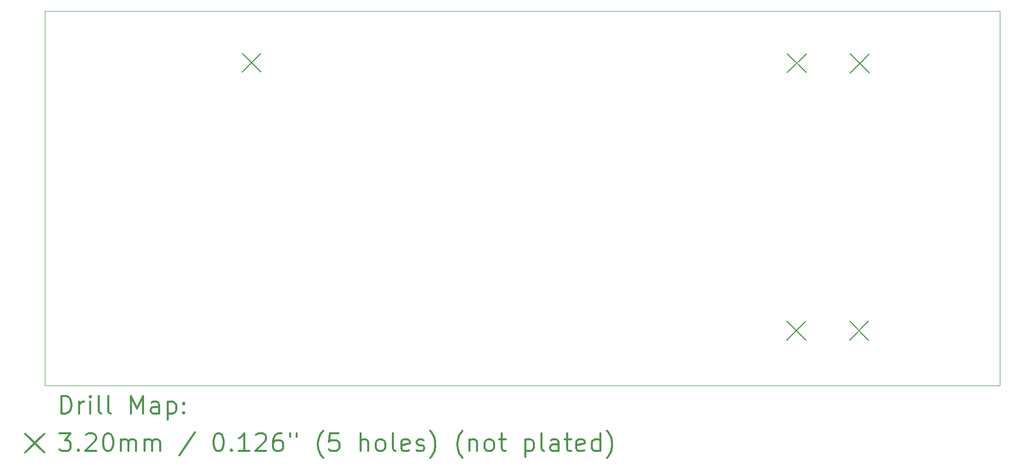
<source format=gbr>
%FSLAX45Y45*%
G04 Gerber Fmt 4.5, Leading zero omitted, Abs format (unit mm)*
G04 Created by KiCad (PCBNEW 5.1.5+dfsg1-2build2) date 2024-04-23 22:36:58*
%MOMM*%
%LPD*%
G04 APERTURE LIST*
%TA.AperFunction,Profile*%
%ADD10C,0.100000*%
%TD*%
%ADD11C,0.200000*%
%ADD12C,0.300000*%
G04 APERTURE END LIST*
D10*
X14528800Y-13081000D02*
X18770600Y-13081000D01*
X18669000Y-6781800D02*
X14020800Y-6781800D01*
X7480300Y-6781800D02*
X14033500Y-6781800D01*
X7480300Y-13081000D02*
X7480300Y-6781800D01*
X14541500Y-13081000D02*
X7480300Y-13081000D01*
X23533100Y-13081000D02*
X18757900Y-13081000D01*
X23533100Y-6781800D02*
X23533100Y-13081000D01*
X18656300Y-6781800D02*
X23533100Y-6781800D01*
D11*
X19963130Y-7494524D02*
X20283170Y-7814564D01*
X20283170Y-7494524D02*
X19963130Y-7814564D01*
X10800080Y-7485380D02*
X11120120Y-7805420D01*
X11120120Y-7485380D02*
X10800080Y-7805420D01*
X19956780Y-11991086D02*
X20276820Y-12311126D01*
X20276820Y-11991086D02*
X19956780Y-12311126D01*
X21010880Y-11991086D02*
X21330920Y-12311126D01*
X21330920Y-11991086D02*
X21010880Y-12311126D01*
X21023580Y-7500874D02*
X21343620Y-7820914D01*
X21343620Y-7500874D02*
X21023580Y-7820914D01*
D12*
X7761728Y-13551714D02*
X7761728Y-13251714D01*
X7833157Y-13251714D01*
X7876014Y-13266000D01*
X7904586Y-13294571D01*
X7918871Y-13323143D01*
X7933157Y-13380286D01*
X7933157Y-13423143D01*
X7918871Y-13480286D01*
X7904586Y-13508857D01*
X7876014Y-13537429D01*
X7833157Y-13551714D01*
X7761728Y-13551714D01*
X8061728Y-13551714D02*
X8061728Y-13351714D01*
X8061728Y-13408857D02*
X8076014Y-13380286D01*
X8090300Y-13366000D01*
X8118871Y-13351714D01*
X8147443Y-13351714D01*
X8247443Y-13551714D02*
X8247443Y-13351714D01*
X8247443Y-13251714D02*
X8233157Y-13266000D01*
X8247443Y-13280286D01*
X8261728Y-13266000D01*
X8247443Y-13251714D01*
X8247443Y-13280286D01*
X8433157Y-13551714D02*
X8404586Y-13537429D01*
X8390300Y-13508857D01*
X8390300Y-13251714D01*
X8590300Y-13551714D02*
X8561728Y-13537429D01*
X8547443Y-13508857D01*
X8547443Y-13251714D01*
X8933157Y-13551714D02*
X8933157Y-13251714D01*
X9033157Y-13466000D01*
X9133157Y-13251714D01*
X9133157Y-13551714D01*
X9404586Y-13551714D02*
X9404586Y-13394571D01*
X9390300Y-13366000D01*
X9361728Y-13351714D01*
X9304586Y-13351714D01*
X9276014Y-13366000D01*
X9404586Y-13537429D02*
X9376014Y-13551714D01*
X9304586Y-13551714D01*
X9276014Y-13537429D01*
X9261728Y-13508857D01*
X9261728Y-13480286D01*
X9276014Y-13451714D01*
X9304586Y-13437429D01*
X9376014Y-13437429D01*
X9404586Y-13423143D01*
X9547443Y-13351714D02*
X9547443Y-13651714D01*
X9547443Y-13366000D02*
X9576014Y-13351714D01*
X9633157Y-13351714D01*
X9661728Y-13366000D01*
X9676014Y-13380286D01*
X9690300Y-13408857D01*
X9690300Y-13494571D01*
X9676014Y-13523143D01*
X9661728Y-13537429D01*
X9633157Y-13551714D01*
X9576014Y-13551714D01*
X9547443Y-13537429D01*
X9818871Y-13523143D02*
X9833157Y-13537429D01*
X9818871Y-13551714D01*
X9804586Y-13537429D01*
X9818871Y-13523143D01*
X9818871Y-13551714D01*
X9818871Y-13366000D02*
X9833157Y-13380286D01*
X9818871Y-13394571D01*
X9804586Y-13380286D01*
X9818871Y-13366000D01*
X9818871Y-13394571D01*
X7155260Y-13885980D02*
X7475300Y-14206020D01*
X7475300Y-13885980D02*
X7155260Y-14206020D01*
X7733157Y-13881714D02*
X7918871Y-13881714D01*
X7818871Y-13996000D01*
X7861728Y-13996000D01*
X7890300Y-14010286D01*
X7904586Y-14024571D01*
X7918871Y-14053143D01*
X7918871Y-14124571D01*
X7904586Y-14153143D01*
X7890300Y-14167429D01*
X7861728Y-14181714D01*
X7776014Y-14181714D01*
X7747443Y-14167429D01*
X7733157Y-14153143D01*
X8047443Y-14153143D02*
X8061728Y-14167429D01*
X8047443Y-14181714D01*
X8033157Y-14167429D01*
X8047443Y-14153143D01*
X8047443Y-14181714D01*
X8176014Y-13910286D02*
X8190300Y-13896000D01*
X8218871Y-13881714D01*
X8290300Y-13881714D01*
X8318871Y-13896000D01*
X8333157Y-13910286D01*
X8347443Y-13938857D01*
X8347443Y-13967429D01*
X8333157Y-14010286D01*
X8161728Y-14181714D01*
X8347443Y-14181714D01*
X8533157Y-13881714D02*
X8561728Y-13881714D01*
X8590300Y-13896000D01*
X8604586Y-13910286D01*
X8618871Y-13938857D01*
X8633157Y-13996000D01*
X8633157Y-14067429D01*
X8618871Y-14124571D01*
X8604586Y-14153143D01*
X8590300Y-14167429D01*
X8561728Y-14181714D01*
X8533157Y-14181714D01*
X8504586Y-14167429D01*
X8490300Y-14153143D01*
X8476014Y-14124571D01*
X8461728Y-14067429D01*
X8461728Y-13996000D01*
X8476014Y-13938857D01*
X8490300Y-13910286D01*
X8504586Y-13896000D01*
X8533157Y-13881714D01*
X8761728Y-14181714D02*
X8761728Y-13981714D01*
X8761728Y-14010286D02*
X8776014Y-13996000D01*
X8804586Y-13981714D01*
X8847443Y-13981714D01*
X8876014Y-13996000D01*
X8890300Y-14024571D01*
X8890300Y-14181714D01*
X8890300Y-14024571D02*
X8904586Y-13996000D01*
X8933157Y-13981714D01*
X8976014Y-13981714D01*
X9004586Y-13996000D01*
X9018871Y-14024571D01*
X9018871Y-14181714D01*
X9161728Y-14181714D02*
X9161728Y-13981714D01*
X9161728Y-14010286D02*
X9176014Y-13996000D01*
X9204586Y-13981714D01*
X9247443Y-13981714D01*
X9276014Y-13996000D01*
X9290300Y-14024571D01*
X9290300Y-14181714D01*
X9290300Y-14024571D02*
X9304586Y-13996000D01*
X9333157Y-13981714D01*
X9376014Y-13981714D01*
X9404586Y-13996000D01*
X9418871Y-14024571D01*
X9418871Y-14181714D01*
X10004586Y-13867429D02*
X9747443Y-14253143D01*
X10390300Y-13881714D02*
X10418871Y-13881714D01*
X10447443Y-13896000D01*
X10461728Y-13910286D01*
X10476014Y-13938857D01*
X10490300Y-13996000D01*
X10490300Y-14067429D01*
X10476014Y-14124571D01*
X10461728Y-14153143D01*
X10447443Y-14167429D01*
X10418871Y-14181714D01*
X10390300Y-14181714D01*
X10361728Y-14167429D01*
X10347443Y-14153143D01*
X10333157Y-14124571D01*
X10318871Y-14067429D01*
X10318871Y-13996000D01*
X10333157Y-13938857D01*
X10347443Y-13910286D01*
X10361728Y-13896000D01*
X10390300Y-13881714D01*
X10618871Y-14153143D02*
X10633157Y-14167429D01*
X10618871Y-14181714D01*
X10604586Y-14167429D01*
X10618871Y-14153143D01*
X10618871Y-14181714D01*
X10918871Y-14181714D02*
X10747443Y-14181714D01*
X10833157Y-14181714D02*
X10833157Y-13881714D01*
X10804586Y-13924571D01*
X10776014Y-13953143D01*
X10747443Y-13967429D01*
X11033157Y-13910286D02*
X11047443Y-13896000D01*
X11076014Y-13881714D01*
X11147443Y-13881714D01*
X11176014Y-13896000D01*
X11190300Y-13910286D01*
X11204586Y-13938857D01*
X11204586Y-13967429D01*
X11190300Y-14010286D01*
X11018871Y-14181714D01*
X11204586Y-14181714D01*
X11461728Y-13881714D02*
X11404586Y-13881714D01*
X11376014Y-13896000D01*
X11361728Y-13910286D01*
X11333157Y-13953143D01*
X11318871Y-14010286D01*
X11318871Y-14124571D01*
X11333157Y-14153143D01*
X11347443Y-14167429D01*
X11376014Y-14181714D01*
X11433157Y-14181714D01*
X11461728Y-14167429D01*
X11476014Y-14153143D01*
X11490300Y-14124571D01*
X11490300Y-14053143D01*
X11476014Y-14024571D01*
X11461728Y-14010286D01*
X11433157Y-13996000D01*
X11376014Y-13996000D01*
X11347443Y-14010286D01*
X11333157Y-14024571D01*
X11318871Y-14053143D01*
X11604586Y-13881714D02*
X11604586Y-13938857D01*
X11718871Y-13881714D02*
X11718871Y-13938857D01*
X12161728Y-14296000D02*
X12147443Y-14281714D01*
X12118871Y-14238857D01*
X12104586Y-14210286D01*
X12090300Y-14167429D01*
X12076014Y-14096000D01*
X12076014Y-14038857D01*
X12090300Y-13967429D01*
X12104586Y-13924571D01*
X12118871Y-13896000D01*
X12147443Y-13853143D01*
X12161728Y-13838857D01*
X12418871Y-13881714D02*
X12276014Y-13881714D01*
X12261728Y-14024571D01*
X12276014Y-14010286D01*
X12304586Y-13996000D01*
X12376014Y-13996000D01*
X12404586Y-14010286D01*
X12418871Y-14024571D01*
X12433157Y-14053143D01*
X12433157Y-14124571D01*
X12418871Y-14153143D01*
X12404586Y-14167429D01*
X12376014Y-14181714D01*
X12304586Y-14181714D01*
X12276014Y-14167429D01*
X12261728Y-14153143D01*
X12790300Y-14181714D02*
X12790300Y-13881714D01*
X12918871Y-14181714D02*
X12918871Y-14024571D01*
X12904586Y-13996000D01*
X12876014Y-13981714D01*
X12833157Y-13981714D01*
X12804586Y-13996000D01*
X12790300Y-14010286D01*
X13104586Y-14181714D02*
X13076014Y-14167429D01*
X13061728Y-14153143D01*
X13047443Y-14124571D01*
X13047443Y-14038857D01*
X13061728Y-14010286D01*
X13076014Y-13996000D01*
X13104586Y-13981714D01*
X13147443Y-13981714D01*
X13176014Y-13996000D01*
X13190300Y-14010286D01*
X13204586Y-14038857D01*
X13204586Y-14124571D01*
X13190300Y-14153143D01*
X13176014Y-14167429D01*
X13147443Y-14181714D01*
X13104586Y-14181714D01*
X13376014Y-14181714D02*
X13347443Y-14167429D01*
X13333157Y-14138857D01*
X13333157Y-13881714D01*
X13604586Y-14167429D02*
X13576014Y-14181714D01*
X13518871Y-14181714D01*
X13490300Y-14167429D01*
X13476014Y-14138857D01*
X13476014Y-14024571D01*
X13490300Y-13996000D01*
X13518871Y-13981714D01*
X13576014Y-13981714D01*
X13604586Y-13996000D01*
X13618871Y-14024571D01*
X13618871Y-14053143D01*
X13476014Y-14081714D01*
X13733157Y-14167429D02*
X13761728Y-14181714D01*
X13818871Y-14181714D01*
X13847443Y-14167429D01*
X13861728Y-14138857D01*
X13861728Y-14124571D01*
X13847443Y-14096000D01*
X13818871Y-14081714D01*
X13776014Y-14081714D01*
X13747443Y-14067429D01*
X13733157Y-14038857D01*
X13733157Y-14024571D01*
X13747443Y-13996000D01*
X13776014Y-13981714D01*
X13818871Y-13981714D01*
X13847443Y-13996000D01*
X13961728Y-14296000D02*
X13976014Y-14281714D01*
X14004586Y-14238857D01*
X14018871Y-14210286D01*
X14033157Y-14167429D01*
X14047443Y-14096000D01*
X14047443Y-14038857D01*
X14033157Y-13967429D01*
X14018871Y-13924571D01*
X14004586Y-13896000D01*
X13976014Y-13853143D01*
X13961728Y-13838857D01*
X14504586Y-14296000D02*
X14490300Y-14281714D01*
X14461728Y-14238857D01*
X14447443Y-14210286D01*
X14433157Y-14167429D01*
X14418871Y-14096000D01*
X14418871Y-14038857D01*
X14433157Y-13967429D01*
X14447443Y-13924571D01*
X14461728Y-13896000D01*
X14490300Y-13853143D01*
X14504586Y-13838857D01*
X14618871Y-13981714D02*
X14618871Y-14181714D01*
X14618871Y-14010286D02*
X14633157Y-13996000D01*
X14661728Y-13981714D01*
X14704586Y-13981714D01*
X14733157Y-13996000D01*
X14747443Y-14024571D01*
X14747443Y-14181714D01*
X14933157Y-14181714D02*
X14904586Y-14167429D01*
X14890300Y-14153143D01*
X14876014Y-14124571D01*
X14876014Y-14038857D01*
X14890300Y-14010286D01*
X14904586Y-13996000D01*
X14933157Y-13981714D01*
X14976014Y-13981714D01*
X15004586Y-13996000D01*
X15018871Y-14010286D01*
X15033157Y-14038857D01*
X15033157Y-14124571D01*
X15018871Y-14153143D01*
X15004586Y-14167429D01*
X14976014Y-14181714D01*
X14933157Y-14181714D01*
X15118871Y-13981714D02*
X15233157Y-13981714D01*
X15161728Y-13881714D02*
X15161728Y-14138857D01*
X15176014Y-14167429D01*
X15204586Y-14181714D01*
X15233157Y-14181714D01*
X15561728Y-13981714D02*
X15561728Y-14281714D01*
X15561728Y-13996000D02*
X15590300Y-13981714D01*
X15647443Y-13981714D01*
X15676014Y-13996000D01*
X15690300Y-14010286D01*
X15704586Y-14038857D01*
X15704586Y-14124571D01*
X15690300Y-14153143D01*
X15676014Y-14167429D01*
X15647443Y-14181714D01*
X15590300Y-14181714D01*
X15561728Y-14167429D01*
X15876014Y-14181714D02*
X15847443Y-14167429D01*
X15833157Y-14138857D01*
X15833157Y-13881714D01*
X16118871Y-14181714D02*
X16118871Y-14024571D01*
X16104586Y-13996000D01*
X16076014Y-13981714D01*
X16018871Y-13981714D01*
X15990300Y-13996000D01*
X16118871Y-14167429D02*
X16090300Y-14181714D01*
X16018871Y-14181714D01*
X15990300Y-14167429D01*
X15976014Y-14138857D01*
X15976014Y-14110286D01*
X15990300Y-14081714D01*
X16018871Y-14067429D01*
X16090300Y-14067429D01*
X16118871Y-14053143D01*
X16218871Y-13981714D02*
X16333157Y-13981714D01*
X16261728Y-13881714D02*
X16261728Y-14138857D01*
X16276014Y-14167429D01*
X16304586Y-14181714D01*
X16333157Y-14181714D01*
X16547443Y-14167429D02*
X16518871Y-14181714D01*
X16461728Y-14181714D01*
X16433157Y-14167429D01*
X16418871Y-14138857D01*
X16418871Y-14024571D01*
X16433157Y-13996000D01*
X16461728Y-13981714D01*
X16518871Y-13981714D01*
X16547443Y-13996000D01*
X16561728Y-14024571D01*
X16561728Y-14053143D01*
X16418871Y-14081714D01*
X16818871Y-14181714D02*
X16818871Y-13881714D01*
X16818871Y-14167429D02*
X16790300Y-14181714D01*
X16733157Y-14181714D01*
X16704586Y-14167429D01*
X16690300Y-14153143D01*
X16676014Y-14124571D01*
X16676014Y-14038857D01*
X16690300Y-14010286D01*
X16704586Y-13996000D01*
X16733157Y-13981714D01*
X16790300Y-13981714D01*
X16818871Y-13996000D01*
X16933157Y-14296000D02*
X16947443Y-14281714D01*
X16976014Y-14238857D01*
X16990300Y-14210286D01*
X17004586Y-14167429D01*
X17018871Y-14096000D01*
X17018871Y-14038857D01*
X17004586Y-13967429D01*
X16990300Y-13924571D01*
X16976014Y-13896000D01*
X16947443Y-13853143D01*
X16933157Y-13838857D01*
M02*

</source>
